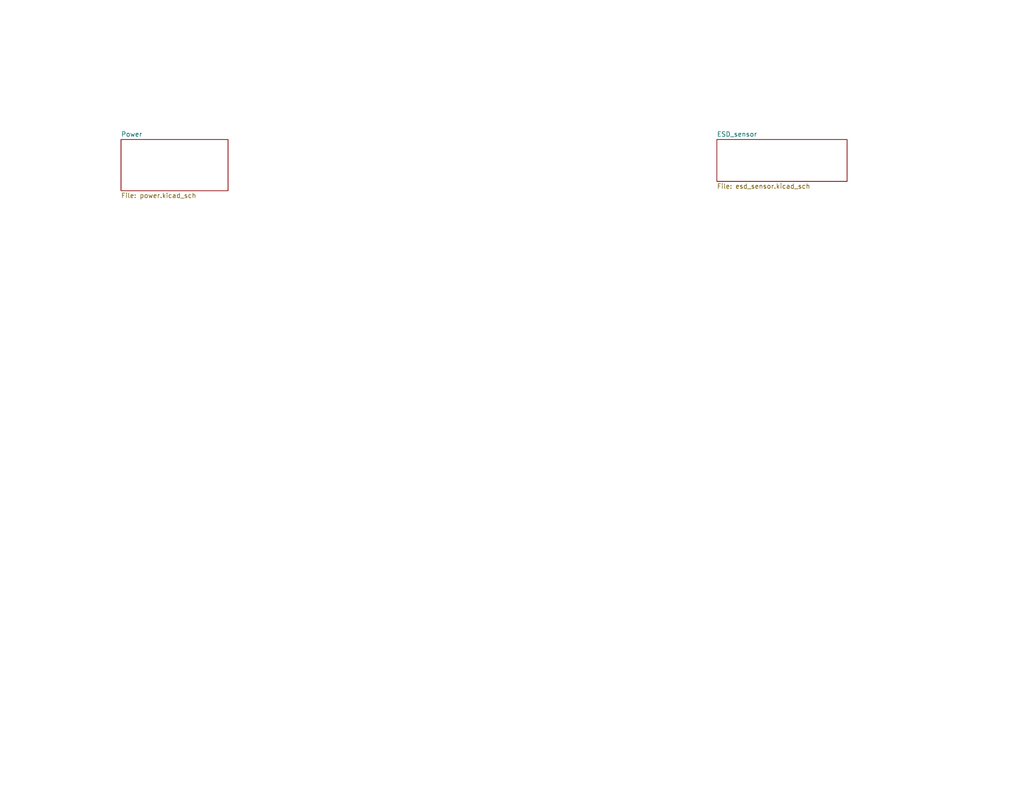
<source format=kicad_sch>
(kicad_sch
	(version 20250114)
	(generator "eeschema")
	(generator_version "9.0")
	(uuid "c1d83899-e380-49f9-a87d-8e78bc089ebf")
	(paper "USLetter")
	(title_block
		(title "ESMonX")
		(date "2025-03-22")
		(rev "A")
		(company "Sesa Design Inc")
	)
	(lib_symbols)
	(sheet
		(at 33.02 38.1)
		(size 29.21 13.97)
		(exclude_from_sim no)
		(in_bom yes)
		(on_board yes)
		(dnp no)
		(fields_autoplaced yes)
		(stroke
			(width 0.1524)
			(type solid)
		)
		(fill
			(color 0 0 0 0.0000)
		)
		(uuid "e802c0d1-fcad-4aac-83a3-196a874c4af1")
		(property "Sheetname" "Power"
			(at 33.02 37.3884 0)
			(effects
				(font
					(size 1.27 1.27)
				)
				(justify left bottom)
			)
		)
		(property "Sheetfile" "power.kicad_sch"
			(at 33.02 52.6546 0)
			(effects
				(font
					(size 1.27 1.27)
				)
				(justify left top)
			)
		)
		(instances
			(project "esmonx"
				(path "/c1d83899-e380-49f9-a87d-8e78bc089ebf"
					(page "3")
				)
			)
		)
	)
	(sheet
		(at 195.58 38.1)
		(size 35.56 11.43)
		(exclude_from_sim no)
		(in_bom yes)
		(on_board yes)
		(dnp no)
		(fields_autoplaced yes)
		(stroke
			(width 0.1524)
			(type solid)
		)
		(fill
			(color 0 0 0 0.0000)
		)
		(uuid "ed06efbe-31fc-4a5a-a812-efe19e141908")
		(property "Sheetname" "ESD_sensor"
			(at 195.58 37.3884 0)
			(effects
				(font
					(size 1.27 1.27)
				)
				(justify left bottom)
			)
		)
		(property "Sheetfile" "esd_sensor.kicad_sch"
			(at 195.58 50.1146 0)
			(effects
				(font
					(size 1.27 1.27)
				)
				(justify left top)
			)
		)
		(instances
			(project "esmonx"
				(path "/c1d83899-e380-49f9-a87d-8e78bc089ebf"
					(page "2")
				)
			)
		)
	)
	(sheet_instances
		(path "/"
			(page "1")
		)
	)
	(embedded_fonts no)
)

</source>
